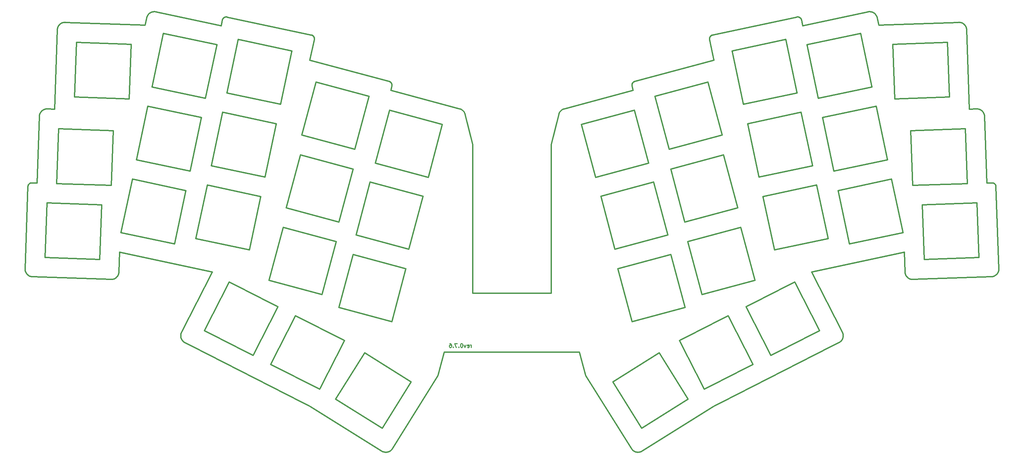
<source format=gbo>
%TF.GenerationSoftware,KiCad,Pcbnew,(6.0.6)*%
%TF.CreationDate,2022-07-10T22:04:11+09:00*%
%TF.ProjectId,nowt_top_plate,6e6f7774-5f74-46f7-905f-706c6174652e,rev?*%
%TF.SameCoordinates,Original*%
%TF.FileFunction,Legend,Bot*%
%TF.FilePolarity,Positive*%
%FSLAX46Y46*%
G04 Gerber Fmt 4.6, Leading zero omitted, Abs format (unit mm)*
G04 Created by KiCad (PCBNEW (6.0.6)) date 2022-07-10 22:04:11*
%MOMM*%
%LPD*%
G01*
G04 APERTURE LIST*
%TA.AperFunction,Profile*%
%ADD10C,0.349999*%
%TD*%
%ADD11C,0.250000*%
%ADD12C,0.350000*%
%ADD13C,2.300000*%
%ADD14C,4.300000*%
%ADD15C,1.200000*%
G04 APERTURE END LIST*
D10*
X60574183Y-106595409D02*
X60611627Y-106686843D01*
X268368122Y-66960407D02*
X268327007Y-66933615D01*
X178268392Y-129570598D02*
X170849523Y-117697925D01*
X221915456Y-62417575D02*
X208221379Y-65328338D01*
X135096517Y-95017428D02*
X135096517Y-57017425D01*
X182722188Y-110279056D02*
X182722188Y-110279056D01*
X71975821Y-24349573D02*
X71927106Y-24355292D01*
X181327611Y-66605006D02*
X181327611Y-66605006D01*
X265886617Y-49790467D02*
X265886617Y-49790467D01*
X111990434Y-135496236D02*
X112079714Y-135537795D01*
X245554595Y-89673526D02*
X245565355Y-89771720D01*
X196251191Y-28984401D02*
X196204852Y-29003241D01*
X43436566Y-91341699D02*
X43525265Y-91300922D01*
X89809743Y-100747767D02*
X83453878Y-113221858D01*
X114121679Y-43115027D02*
X114405217Y-42056855D01*
X21261983Y-90239163D02*
X21332297Y-90304519D01*
X43778705Y-91152846D02*
X43858413Y-91095112D01*
X145096517Y-95017428D02*
X145096517Y-95017428D01*
X94198866Y-29128076D02*
X94159703Y-29099278D01*
X269183735Y-89939904D02*
X269237338Y-89857698D01*
X132923131Y-48769717D02*
X132854309Y-48657354D01*
X113789873Y-135484815D02*
X113875812Y-135438151D01*
X218265957Y-24355285D02*
X218217241Y-24349566D01*
X170849523Y-117697925D02*
X170849523Y-117697925D01*
X219076756Y-25038712D02*
X219060131Y-24991083D01*
X80921697Y-70267982D02*
X67227628Y-67357219D01*
X176152925Y-135333081D02*
X176233767Y-135387805D01*
X202809606Y-73173369D02*
X202809606Y-73173369D01*
X52684961Y-23263975D02*
X52600446Y-23315928D01*
X176267282Y-40924330D02*
X176225182Y-40949138D01*
X267802320Y-90788848D02*
X267899518Y-90773335D01*
X268275047Y-90665030D02*
X268364806Y-90626759D01*
X157108606Y-49134266D02*
X157070913Y-49263894D01*
X26272052Y-47860498D02*
X26170279Y-47864677D01*
X94339232Y-29260203D02*
X94306680Y-29224780D01*
X105241948Y-80127971D02*
X118764913Y-83751437D01*
X228657003Y-107665782D02*
X228744304Y-107618594D01*
X93894249Y-28967784D02*
X93845379Y-28953446D01*
X175757100Y-41716043D02*
X175754285Y-41764772D01*
X132304768Y-48100941D02*
X132193269Y-48030727D01*
X195646475Y-29636186D02*
X195633837Y-29682954D01*
X187909185Y-107103633D02*
X187909185Y-107103633D01*
X221689946Y-89584628D02*
X245373235Y-84550586D01*
X52439988Y-23431798D02*
X52364686Y-23495165D01*
X54105573Y-23036988D02*
X54105573Y-23036988D01*
X246183538Y-90967509D02*
X246257758Y-91033351D01*
X71523509Y-24506906D02*
X71483903Y-24533992D01*
X256897420Y-44812654D02*
X242905950Y-45301246D01*
X71090017Y-25137643D02*
X70782987Y-26581882D01*
X195767001Y-29374974D02*
X195741834Y-29415828D01*
X263818517Y-47861493D02*
X263818517Y-47861493D01*
X95017347Y-41002997D02*
X95017347Y-41002997D01*
X195627507Y-30127522D02*
X195627507Y-30127522D01*
X135096517Y-57017425D02*
X135096517Y-57017425D01*
X104916845Y-58149425D02*
X108540303Y-44626464D01*
X108540303Y-44626464D02*
X95017347Y-41002997D01*
X20658979Y-88736903D02*
X20657987Y-88839836D01*
X24306516Y-49790496D02*
X24306516Y-49790496D01*
X229646511Y-105248485D02*
X229612973Y-105155926D01*
X25777502Y-47930616D02*
X25683537Y-47958800D01*
X175971030Y-41175638D02*
X175941359Y-41214897D01*
X52950339Y-23134955D02*
X52860082Y-23173456D01*
X260975525Y-26622183D02*
X260920704Y-26542902D01*
X113611145Y-135565474D02*
X113701602Y-135527290D01*
X195718634Y-29457854D02*
X195697449Y-29500978D01*
X53089696Y-42245528D02*
X66783757Y-45156291D01*
X260519862Y-26131564D02*
X260442282Y-26074864D01*
X256408818Y-30821180D02*
X256408818Y-30821180D01*
X22426160Y-66785197D02*
X22426160Y-66785197D01*
X20658979Y-88736903D02*
X20658979Y-88736903D01*
X60541166Y-106501826D02*
X60541166Y-106501826D01*
X218819772Y-24626271D02*
X218784350Y-24593718D01*
X52039739Y-47185174D02*
X52039739Y-47185174D01*
X217917028Y-24367413D02*
X196397756Y-28941468D01*
X175887700Y-41298049D02*
X175887700Y-41298049D01*
X177548786Y-135690894D02*
X177645427Y-135677076D01*
X21709027Y-67053107D02*
X21673586Y-67087827D01*
X71132950Y-24991083D02*
X71116325Y-25038711D01*
X177157838Y-135698601D02*
X177255882Y-135703868D01*
X72836072Y-92099246D02*
X85310170Y-98455112D01*
X51339437Y-26431175D02*
X30960530Y-25719528D01*
X53812128Y-22997017D02*
X53714069Y-22993416D01*
X113967856Y-40949123D02*
X113925758Y-40924315D01*
X237828302Y-23495161D02*
X237752997Y-23431794D01*
X21815130Y-90621130D02*
X21904630Y-90660099D01*
X22283981Y-90771780D02*
X22383551Y-90788002D01*
X21405715Y-90366495D02*
X21482116Y-90424961D01*
X102283841Y-107103633D02*
X89809743Y-100747767D01*
X21551265Y-67241424D02*
X21525731Y-67283099D01*
X155096517Y-95017428D02*
X155096517Y-95017428D01*
X227370000Y-63790000D02*
X224459233Y-50095937D01*
X80921697Y-70267982D02*
X80921697Y-70267982D01*
X43346035Y-91378081D02*
X43436566Y-91341699D01*
X114122474Y-41067767D02*
X114086027Y-41035302D01*
X265831951Y-49389130D02*
X265806262Y-49293222D01*
X268928841Y-90241720D02*
X268998296Y-90170863D01*
X229733760Y-105629534D02*
X229719011Y-105533004D01*
X131701619Y-47825593D02*
X114121679Y-43115027D01*
X25501590Y-48028360D02*
X25413869Y-48069494D01*
X60661123Y-104975345D02*
X60661123Y-104975345D01*
X21391515Y-67749690D02*
X21391515Y-67749690D01*
X246414520Y-91152905D02*
X246496729Y-91206493D01*
X114416865Y-42008640D02*
X114426074Y-41960119D01*
X93988216Y-29003252D02*
X93941878Y-28984411D01*
X228828795Y-107567368D02*
X228910360Y-107512238D01*
X114265467Y-135145627D02*
X114334376Y-135076003D01*
X29113032Y-26801045D02*
X29070411Y-26888821D01*
X108865422Y-66605006D02*
X108865422Y-66605006D01*
X22087054Y-66831855D02*
X22040943Y-66847811D01*
X83453878Y-113221858D02*
X83453878Y-113221858D01*
X22278161Y-66790947D02*
X22229551Y-66797675D01*
X60489329Y-106310753D02*
X60512826Y-106406723D01*
X195605485Y-29926168D02*
X195607120Y-29976165D01*
X43696500Y-91206434D02*
X43778705Y-91152846D01*
X131701619Y-47825593D02*
X131701619Y-47825593D01*
X198799154Y-54525958D02*
X185276189Y-58149425D01*
X33784208Y-30821180D02*
X33784208Y-30821180D01*
X60459294Y-105629571D02*
X60449278Y-105726649D01*
X237332905Y-23173453D02*
X237242650Y-23134952D01*
X30282392Y-25812919D02*
X30190183Y-25844838D01*
X261190471Y-27057277D02*
X261155804Y-26965504D01*
X158362265Y-47864869D02*
X158237069Y-47912370D01*
X185706090Y-85153811D02*
X189329564Y-98676776D01*
X21444880Y-67460476D02*
X21430174Y-67507085D01*
X229539668Y-106775976D02*
X229581425Y-106686823D01*
X131955962Y-47912396D02*
X131830767Y-47864898D01*
X237592534Y-23315924D02*
X237508022Y-23263971D01*
X113424249Y-135628556D02*
X113518645Y-135599264D01*
X157781941Y-48178093D02*
X157681105Y-48261904D01*
X114405217Y-42056855D02*
X114405217Y-42056855D01*
X242114019Y-65818885D02*
X242114019Y-65818885D01*
X72238301Y-43783864D02*
X85932363Y-46694627D01*
X238033299Y-23705232D02*
X237968553Y-23632026D01*
X238153295Y-47185174D02*
X241064061Y-60879237D01*
X260734913Y-26322717D02*
X260666307Y-26255612D01*
X64316861Y-81051284D02*
X64316861Y-81051284D01*
X20825762Y-89610233D02*
X20866881Y-89697950D01*
X20756229Y-89428298D02*
X20788838Y-89520306D01*
X228744304Y-107618594D02*
X228828795Y-107567368D01*
X21643384Y-90530845D02*
X21728007Y-90578002D01*
X113230842Y-135673141D02*
X113328099Y-135653247D01*
X180020574Y-61727084D02*
X166497609Y-65350551D01*
X44819799Y-84550586D02*
X68503080Y-89584628D01*
X21399856Y-67651060D02*
X21394474Y-67700164D01*
X61364226Y-107567376D02*
X61448715Y-107618602D01*
X261267429Y-27344923D02*
X261246414Y-27247108D01*
X94559200Y-29682968D02*
X94546565Y-29636201D01*
X21578854Y-67200979D02*
X21551265Y-67241424D01*
X219041291Y-24944743D02*
X219020310Y-24899742D01*
X228419942Y-68729648D02*
X228419942Y-68729648D01*
X21131153Y-90098831D02*
X21194895Y-90170557D01*
X25760633Y-85913226D02*
X25760633Y-85913226D01*
X87383420Y-73173369D02*
X100906385Y-76796836D01*
X118009908Y-88777278D02*
X104486943Y-85153811D01*
X223409276Y-45156291D02*
X220498510Y-31462224D01*
X29388518Y-26397424D02*
X29325349Y-26472909D01*
X259734242Y-25765020D02*
X259636760Y-25746077D01*
X264947734Y-48163998D02*
X264864841Y-48114835D01*
X29600675Y-26189604D02*
X29526448Y-26255445D01*
X60493509Y-105437242D02*
X60474043Y-105533043D01*
X127318883Y-51827590D02*
X113795919Y-48204124D01*
X237421420Y-23216470D02*
X237332905Y-23173453D01*
X245770160Y-90421918D02*
X245817033Y-90507556D01*
X122388379Y-70228473D02*
X122388379Y-70228473D01*
X84882413Y-51634273D02*
X71188344Y-48723508D01*
X268552619Y-67124096D02*
X268519087Y-67087823D01*
X175776168Y-42008677D02*
X175787816Y-42056893D01*
X71195817Y-24856131D02*
X71172771Y-24899744D01*
X114222000Y-41175621D02*
X114190531Y-41137981D01*
X267704119Y-90799589D02*
X267802320Y-90788848D01*
X93527974Y-123946704D02*
X111817571Y-135399585D01*
X48079023Y-65818885D02*
X48079023Y-65818885D01*
X127829030Y-110126506D02*
X145096517Y-110126506D01*
X218454323Y-24401219D02*
X218408356Y-24386373D01*
X265385921Y-48535170D02*
X265320583Y-48464843D01*
X94585905Y-29976174D02*
X94587542Y-29926178D01*
X177836166Y-135635377D02*
X177929914Y-135607555D01*
X207188085Y-91722178D02*
X207188085Y-91722178D01*
X108540303Y-44626464D02*
X108540303Y-44626464D01*
X53042160Y-23101003D02*
X52950339Y-23134955D01*
X94398965Y-29335383D02*
X94370009Y-29297095D01*
X260279060Y-25972715D02*
X260193677Y-25927510D01*
X217917028Y-24367413D02*
X217917028Y-24367413D01*
X47775678Y-31309773D02*
X47775678Y-31309773D01*
X228657003Y-107665782D02*
X228657003Y-107665782D01*
X218168023Y-24346251D02*
X218118379Y-24345387D01*
X265561134Y-48764286D02*
X265506327Y-48685012D01*
X238853597Y-26431175D02*
X238853597Y-26431175D01*
X44465636Y-90334119D02*
X44503921Y-90244377D01*
X245655376Y-90152840D02*
X245689258Y-90244398D01*
X22090277Y-90725038D02*
X22186182Y-90750748D01*
X177741279Y-135658561D02*
X177836166Y-135635377D01*
X247491491Y-67443198D02*
X247002889Y-53451728D01*
X211238744Y-110929202D02*
X223712835Y-104573337D01*
X113328099Y-135653247D02*
X113424249Y-135628556D01*
X52292802Y-23561958D02*
X52224437Y-23632030D01*
X218217241Y-24349566D02*
X218168023Y-24346251D01*
X269372646Y-89597756D02*
X269409042Y-89507220D01*
X111817571Y-135399585D02*
X111902995Y-135450156D01*
X24490742Y-49017981D02*
X24451787Y-49107497D01*
X249952336Y-72410342D02*
X263943807Y-71921748D01*
X43525265Y-91300922D02*
X43611965Y-91255813D01*
X219103063Y-25137647D02*
X219091091Y-25087583D01*
X25245580Y-48163861D02*
X25165273Y-48216853D01*
X25760633Y-85913226D02*
X39752103Y-86401813D01*
X75149060Y-30089796D02*
X72238301Y-43783864D01*
X61128780Y-107390820D02*
X61204143Y-107453350D01*
X261026576Y-26704205D02*
X260975525Y-26622183D01*
X21904630Y-90660099D02*
X21996386Y-90694778D01*
X175762284Y-41667536D02*
X175757100Y-41716043D01*
X135096517Y-95017428D02*
X135096517Y-95017428D01*
X175863970Y-41341609D02*
X175842518Y-41386095D01*
X172183126Y-88777278D02*
X172183126Y-88777278D01*
X52039739Y-47185174D02*
X49128980Y-60879237D01*
X206739156Y-113221858D02*
X206739156Y-113221858D01*
X247128150Y-91460285D02*
X247224353Y-91478464D01*
X175787816Y-42056893D02*
X176071355Y-43115027D01*
X60541166Y-106501826D02*
X60574183Y-106595409D01*
X229699543Y-105437201D02*
X229675372Y-105342303D01*
X133084440Y-49134253D02*
X133038503Y-49008477D01*
X157586059Y-48352045D02*
X157497110Y-48448208D01*
X113959275Y-135387403D02*
X114040116Y-135332673D01*
X259537717Y-25731936D02*
X259437242Y-25722718D01*
X85310170Y-98455112D02*
X78954297Y-110929202D01*
X268584207Y-67161840D02*
X268552619Y-67124096D01*
X132511927Y-48261913D02*
X132411090Y-48178106D01*
X113035188Y-135698248D02*
X113133146Y-135688132D01*
X245625970Y-90059632D02*
X245655376Y-90152840D01*
X28710080Y-66954608D02*
X28710080Y-66954608D01*
X114575116Y-134763888D02*
X126221341Y-116126506D01*
X61056689Y-107324792D02*
X61128780Y-107390820D01*
X43190145Y-53451728D02*
X43190145Y-53451728D01*
X241064061Y-60879237D02*
X241064061Y-60879237D01*
X24340171Y-49486913D02*
X24323969Y-49586497D01*
X269286732Y-89773161D02*
X269331856Y-89686458D01*
X118764913Y-83751437D02*
X122388379Y-70228473D01*
X42773685Y-91500607D02*
X42871717Y-91491898D01*
X260862241Y-26466484D02*
X260800267Y-26393048D01*
X194265065Y-119577724D02*
X187909185Y-107103633D01*
X261116845Y-26875986D02*
X261073726Y-26788846D01*
X25328489Y-48114701D02*
X25245580Y-48163861D01*
X268711694Y-67369811D02*
X268690380Y-67325920D01*
X237057619Y-23071629D02*
X236963192Y-23046871D01*
X71445617Y-24562948D02*
X71408726Y-24593727D01*
X24323969Y-49586497D02*
X24312707Y-49687732D01*
X246756678Y-91341756D02*
X246847213Y-91378137D01*
X132193269Y-48030727D02*
X132076898Y-47967775D01*
X245868089Y-90590897D02*
X245923254Y-90671781D01*
X71373305Y-24626279D02*
X71339429Y-24660557D01*
X71483903Y-24533992D02*
X71445617Y-24562948D01*
X60987987Y-107255401D02*
X61056689Y-107324792D01*
X219004689Y-48723508D02*
X219004689Y-48723508D01*
X22133914Y-66818160D02*
X22087054Y-66831855D01*
X112079714Y-135537795D02*
X112170660Y-135574803D01*
X176864934Y-135653613D02*
X176864934Y-135653613D01*
X175791943Y-41524231D02*
X175779718Y-41571542D01*
X236867723Y-23026759D02*
X236771387Y-23011325D01*
X61536016Y-107665790D02*
X61536016Y-107665790D01*
X242417363Y-31309773D02*
X256408818Y-30821180D01*
X269331856Y-89686458D02*
X269372646Y-89597756D01*
X264320143Y-47907079D02*
X264222681Y-47888120D01*
X83004949Y-91722178D02*
X83004949Y-91722178D01*
X177645427Y-135677076D02*
X177741279Y-135658561D01*
X229581425Y-106686823D02*
X229618872Y-106595387D01*
X267995551Y-90753122D02*
X268090258Y-90728285D01*
X268519087Y-67087823D02*
X268483648Y-67053103D01*
X113882422Y-40901556D02*
X113837920Y-40880900D01*
X72074681Y-24345392D02*
X72025038Y-24346257D01*
X260920704Y-26542902D02*
X260862241Y-26466484D01*
X229064249Y-107390810D02*
X229136342Y-107324781D01*
X60861208Y-107107070D02*
X60922788Y-107182782D01*
X145096517Y-95017428D02*
X135096517Y-95017428D01*
X42701551Y-67443198D02*
X43190145Y-53451728D01*
X24941258Y-48397605D02*
X24872655Y-48464711D01*
X114426074Y-41960119D02*
X114432854Y-41911380D01*
X21608462Y-67161844D02*
X21578854Y-67200979D01*
X53135372Y-23071632D02*
X53042160Y-23101003D01*
X44612293Y-89868905D02*
X44627826Y-89771719D01*
X26374997Y-47861484D02*
X26272052Y-47860498D01*
X265806262Y-49293222D02*
X265776023Y-49199327D01*
X238153295Y-47185174D02*
X238153295Y-47185174D01*
X175754285Y-41764772D02*
X175753853Y-41813636D01*
X21482116Y-90424961D02*
X21561380Y-90479788D01*
X247518303Y-91504515D02*
X247617513Y-91503497D01*
X176144975Y-41004686D02*
X176107008Y-41035318D01*
X112839184Y-135703974D02*
X112937142Y-135703519D01*
X176397115Y-48204124D02*
X176397115Y-48204124D01*
X196397756Y-28941468D02*
X196347692Y-28953440D01*
X20685507Y-89141090D02*
X20704442Y-89238560D01*
X114423198Y-41619313D02*
X114413307Y-41571517D01*
X170849523Y-117697925D02*
X182722188Y-110279056D01*
X195611303Y-30026439D02*
X195618083Y-30076917D01*
X155096517Y-57017425D02*
X155096517Y-95017428D01*
X84882413Y-51634273D02*
X84882413Y-51634273D01*
X176962189Y-135673503D02*
X177059882Y-135688489D01*
X268762496Y-67507085D02*
X268747789Y-67460474D01*
X133122136Y-49263879D02*
X133122136Y-49263879D01*
X242417363Y-31309773D02*
X242417363Y-31309773D01*
X229618872Y-106595387D02*
X229651891Y-106501803D01*
X94569577Y-29730459D02*
X94559200Y-29682968D01*
X241064061Y-60879237D02*
X227370000Y-63790000D01*
X263943807Y-71921748D02*
X263943807Y-71921748D01*
X259830032Y-25788642D02*
X259734242Y-25765020D01*
X162364003Y-110126506D02*
X163971700Y-116126506D01*
X157888262Y-48100925D02*
X157781941Y-48178093D01*
X95017347Y-41002997D02*
X91393880Y-54525958D01*
X113133146Y-135688132D02*
X113230842Y-135673141D01*
X24745332Y-48608478D02*
X24686873Y-48684897D01*
X176494924Y-40832110D02*
X176447344Y-40846131D01*
X265612172Y-48846299D02*
X265561134Y-48764286D01*
X265880424Y-49687719D02*
X265869162Y-49586500D01*
X114435928Y-41716014D02*
X114430742Y-41667508D01*
X261294898Y-27545746D02*
X261283634Y-27444509D01*
X178022346Y-135575124D02*
X178113288Y-135538113D01*
X47775678Y-31309773D02*
X33784208Y-30821180D01*
X268483648Y-67053103D02*
X268483648Y-67053103D01*
X71831476Y-24373745D02*
X71784711Y-24386382D01*
X238299217Y-24113145D02*
X238254077Y-24026465D01*
X126221341Y-116126506D02*
X127829030Y-110126506D01*
X224459233Y-50095937D02*
X224459233Y-50095937D01*
X114279468Y-41255700D02*
X114251670Y-41214879D01*
X217967633Y-24357988D02*
X217917028Y-24367413D01*
X44147580Y-90825483D02*
X44210739Y-90750002D01*
X229136342Y-107324781D02*
X229205048Y-107255390D01*
X122388379Y-70228473D02*
X108865422Y-66605006D01*
X52098667Y-23781429D02*
X52041462Y-23860463D01*
X202809606Y-73173369D02*
X189286657Y-76796836D01*
X196347692Y-28953440D02*
X196298821Y-28967776D01*
X21014193Y-89946539D02*
X21070879Y-90024115D01*
X268613814Y-67200976D02*
X268584207Y-67161840D01*
X247033116Y-91437463D02*
X247128150Y-91460285D01*
X52860082Y-23173456D02*
X52771565Y-23216474D01*
X238853597Y-26431175D02*
X238459569Y-24577460D01*
X28968823Y-27163345D02*
X28943965Y-27258047D01*
X53518633Y-23000603D02*
X53421605Y-23011327D01*
X61773091Y-68729648D02*
X61773091Y-68729648D01*
X259335466Y-25718543D02*
X259232518Y-25719533D01*
X68503080Y-89584628D02*
X60661123Y-104975345D01*
X229493715Y-106862710D02*
X229539668Y-106775976D01*
X223712835Y-104573337D02*
X217356969Y-92099246D01*
X42871717Y-91491898D02*
X42968915Y-91478421D01*
X44644506Y-89574496D02*
X44819799Y-84550586D01*
X28943965Y-27258047D02*
X28923731Y-27354076D01*
X21784680Y-66989277D02*
X21746146Y-67020186D01*
X177929914Y-135607555D02*
X178022346Y-135575124D01*
X269531635Y-88934822D02*
X269535524Y-88836110D01*
X268780782Y-90371913D02*
X268856283Y-90308761D01*
X260361972Y-26021874D02*
X260279060Y-25972715D01*
X60653383Y-106775994D02*
X60699334Y-106862728D01*
X23711377Y-66830077D02*
X23711377Y-66830077D01*
X175755813Y-41862546D02*
X175760178Y-41911415D01*
X112547589Y-135676743D02*
X112644232Y-135690557D01*
X176225182Y-40949138D02*
X176184390Y-40975941D01*
X228910360Y-107512238D02*
X228988883Y-107453341D01*
X247224353Y-91478464D02*
X247321556Y-91491936D01*
X60449278Y-105726649D02*
X60444008Y-105824100D01*
X260594580Y-26191854D02*
X260519862Y-26131564D01*
X155096517Y-95017428D02*
X145096517Y-95017428D01*
X157338728Y-48657358D02*
X157269908Y-48769724D01*
X54008054Y-23018771D02*
X53910181Y-23005458D01*
X268690380Y-67325920D02*
X268666937Y-67283096D01*
X189286657Y-76796836D02*
X185663182Y-63273875D01*
X29198674Y-52963138D02*
X28710080Y-66954608D01*
X196749273Y-35404974D02*
X176494924Y-40832110D01*
X93443761Y-35404974D02*
X94565511Y-30127528D01*
X220498510Y-31462224D02*
X234192571Y-28551461D01*
X209271337Y-70267982D02*
X222965398Y-67357219D01*
X268798195Y-67700164D02*
X268792813Y-67651060D01*
X229531926Y-104975291D02*
X221689946Y-89584628D01*
X217954732Y-43783864D02*
X217954732Y-43783864D01*
X268483648Y-67053103D02*
X268446526Y-67020182D01*
X265251994Y-48397740D02*
X265180285Y-48333983D01*
X133038503Y-49008477D02*
X132984631Y-48886862D01*
X195606350Y-29876523D02*
X195605485Y-29926168D01*
X52771565Y-23216474D02*
X52684961Y-23263975D01*
X131830767Y-47864898D02*
X131701619Y-47825593D01*
X269468398Y-89321315D02*
X269491235Y-89226277D01*
X30376101Y-25785521D02*
X30282392Y-25812919D01*
X61448715Y-107618602D02*
X61536016Y-107665790D01*
X245548680Y-89574489D02*
X245554595Y-89673526D01*
X22040943Y-66847811D02*
X21995666Y-66865997D01*
X71339429Y-24660557D02*
X71307171Y-24696511D01*
X52600446Y-23315928D02*
X52600446Y-23315928D01*
X196397756Y-28941468D02*
X196397756Y-28941468D01*
X268364806Y-90626759D02*
X268452593Y-90584157D01*
X25873289Y-47906990D02*
X25777502Y-47930616D01*
X175672573Y-134847199D02*
X175731016Y-134926904D01*
X264601858Y-47991540D02*
X264509861Y-47958910D01*
X114305326Y-41298030D02*
X114279468Y-41255700D01*
X113701602Y-135527290D02*
X113789873Y-135484815D01*
X28183896Y-47924653D02*
X28183896Y-47924653D01*
X265702417Y-49018060D02*
X265659309Y-48930931D01*
X269125986Y-90019610D02*
X269183735Y-89939904D01*
X30190183Y-25844838D02*
X30099640Y-25881214D01*
X229389681Y-107028386D02*
X229443681Y-106946892D01*
X66783757Y-45156291D02*
X69694524Y-31462224D01*
X30960530Y-25719528D02*
X30960530Y-25719528D01*
X265320583Y-48464843D02*
X265251994Y-48397740D01*
X204882863Y-98455112D02*
X204882863Y-98455112D01*
X195853824Y-29260186D02*
X195823045Y-29297078D01*
X48079023Y-65818885D02*
X45168256Y-79512950D01*
X71738745Y-24401229D02*
X71693652Y-24418236D01*
X208221379Y-65328338D02*
X205310613Y-51634273D01*
X260800267Y-26393048D02*
X260734913Y-26322717D01*
X29526448Y-26255445D02*
X29455576Y-26324882D01*
X69694524Y-31462224D02*
X69694524Y-31462224D01*
X20788838Y-89520306D02*
X20825762Y-89610233D01*
X190041661Y-81822677D02*
X190041661Y-81822677D01*
X262009130Y-47924653D02*
X262009130Y-47924653D01*
X175842518Y-41386095D02*
X175823355Y-41431419D01*
X44503921Y-90244377D02*
X44537803Y-90152823D01*
X60517679Y-105342346D02*
X60493509Y-105437242D01*
X218669564Y-24506896D02*
X218628711Y-24481729D01*
X91393880Y-54525958D02*
X104916845Y-58149425D01*
X93527974Y-123946704D02*
X93527974Y-123946704D01*
X30099640Y-25881214D02*
X30010928Y-25921986D01*
X145096517Y-110126506D02*
X162364003Y-110126506D01*
X268856283Y-90308761D02*
X268928841Y-90241720D01*
X157999762Y-48030708D02*
X157888262Y-48100925D01*
X236282804Y-23005457D02*
X236184929Y-23018770D01*
X87383420Y-73173369D02*
X87383420Y-73173369D01*
X176002500Y-41137997D02*
X175971030Y-41175638D01*
X94577649Y-29778600D02*
X94569577Y-29730459D01*
X30762605Y-25722369D02*
X30664561Y-25731066D01*
X114157332Y-41102011D02*
X114122474Y-41067767D01*
X229743777Y-105726614D02*
X229733760Y-105629534D01*
X219091091Y-25087583D02*
X219076756Y-25038712D01*
X28998233Y-27070133D02*
X28968823Y-27163345D01*
X47287084Y-45301246D02*
X47775678Y-31309773D01*
X113698117Y-40832093D02*
X113698117Y-40832093D01*
X94546565Y-29636201D02*
X94531720Y-29590234D01*
X172183126Y-88777278D02*
X185706090Y-85153811D01*
X218885908Y-24696504D02*
X218853650Y-24660549D01*
X247617513Y-91503497D02*
X267605077Y-90805484D01*
X218853650Y-24660549D02*
X218819772Y-24626271D01*
X218916473Y-24734088D02*
X218885908Y-24696504D01*
X21480974Y-67369813D02*
X21461826Y-67414691D01*
X237103337Y-42245528D02*
X237103337Y-42245528D01*
X229736248Y-106116892D02*
X229745298Y-106019383D01*
X221689946Y-89584628D02*
X221689946Y-89584628D01*
X157497110Y-48448208D02*
X157414564Y-48550082D01*
X218018109Y-24351207D02*
X217967633Y-24357988D01*
X247419595Y-91500641D02*
X247518303Y-91504515D01*
X245817033Y-90507556D02*
X245868089Y-90590897D01*
X24306516Y-49790496D02*
X23711377Y-66830077D01*
X68277578Y-62417575D02*
X81971646Y-65328338D01*
X178289999Y-135450471D02*
X178375417Y-135399898D01*
X113328099Y-135653247D02*
X113328099Y-135653247D01*
X256897420Y-44812654D02*
X256897420Y-44812654D01*
X237900187Y-23561954D02*
X237828302Y-23495161D01*
X51938916Y-24026469D02*
X51893775Y-24113148D01*
X112451735Y-135658231D02*
X112547589Y-135676743D01*
X29455576Y-26324882D02*
X29388518Y-26397424D01*
X60580076Y-105155974D02*
X60546539Y-105248531D01*
X267963119Y-66797671D02*
X267914510Y-66790943D01*
X196204852Y-29003241D02*
X196159850Y-29024222D01*
X88843129Y-33000560D02*
X75149060Y-30089796D01*
X68503080Y-89584628D02*
X68503080Y-89584628D01*
X21525731Y-67283099D02*
X21502288Y-67325922D01*
X171428121Y-83751437D02*
X167804647Y-70228473D01*
X60444008Y-105824100D02*
X60443497Y-105921747D01*
X93795316Y-28941473D02*
X93795316Y-28941473D01*
X264779478Y-48069624D02*
X264691774Y-48028485D01*
X44638588Y-89673529D02*
X44644506Y-89574496D01*
X60618275Y-105064853D02*
X60580076Y-105155974D01*
X53616179Y-22994622D02*
X53518633Y-23000603D01*
X112741489Y-135699644D02*
X112839184Y-135703974D01*
X102283841Y-107103633D02*
X102283841Y-107103633D01*
X28891515Y-27648513D02*
X28183896Y-47924653D01*
X199186147Y-59650409D02*
X202809606Y-73173369D01*
X218118379Y-24345387D02*
X218068383Y-24347023D01*
X204260671Y-46694627D02*
X201349904Y-33000560D01*
X20912073Y-89783327D02*
X20961218Y-89866233D01*
X96527906Y-95345645D02*
X100151372Y-81822677D01*
X268407990Y-66989273D02*
X268368122Y-66960407D01*
X261283634Y-27444509D02*
X261267429Y-27344923D01*
X246847213Y-91378137D02*
X246939414Y-91410060D01*
X229680232Y-106406698D02*
X229703729Y-106310727D01*
X206739156Y-113221858D02*
X194265065Y-119577724D01*
X222965398Y-67357219D02*
X225876165Y-81051284D01*
X72225425Y-24357988D02*
X72174949Y-24351209D01*
X65733808Y-50095937D02*
X65733808Y-50095937D01*
X22383551Y-90788002D02*
X22484771Y-90799285D01*
X70782987Y-26581882D02*
X70782987Y-26581882D01*
X114401081Y-41524207D02*
X114386531Y-41477471D01*
X229722397Y-106214066D02*
X229736248Y-106116892D01*
X184951085Y-80127971D02*
X184951085Y-80127971D01*
X242114019Y-65818885D02*
X245024785Y-79512950D01*
X267766515Y-66785193D02*
X267766515Y-66785193D01*
X22376549Y-66784677D02*
X22327188Y-66786604D01*
X71276606Y-24734094D02*
X71247809Y-24773257D01*
X268792813Y-67651060D02*
X268785045Y-67602458D01*
X93443761Y-35404974D02*
X93443761Y-35404974D01*
X114193357Y-135211682D02*
X114265467Y-135145627D01*
X114413307Y-41571517D02*
X114401081Y-41524207D01*
X265886617Y-49790467D02*
X265880424Y-49687719D01*
X176071355Y-43115027D02*
X176071355Y-43115027D01*
X269409042Y-89507220D02*
X269440980Y-89415018D01*
X52364686Y-23495165D02*
X52292802Y-23561958D01*
X268058753Y-66818156D02*
X268011228Y-66806752D01*
X203564626Y-78199210D02*
X203564626Y-78199210D01*
X176397115Y-48204124D02*
X180020574Y-61727084D01*
X45168256Y-79512950D02*
X45168256Y-79512950D01*
X113792321Y-40862402D02*
X113745697Y-40846115D01*
X196116236Y-29047269D02*
X196074056Y-29072308D01*
X195994196Y-29128061D02*
X195956611Y-29158626D01*
X261301091Y-27648511D02*
X261301091Y-27648511D01*
X94306680Y-29224780D02*
X94272403Y-29190902D01*
X162874150Y-51827590D02*
X162874150Y-51827590D01*
X195920656Y-29190886D02*
X195886377Y-29224763D01*
X24361184Y-49389099D02*
X24340171Y-49486913D01*
X104529851Y-63273875D02*
X91006887Y-59650409D01*
X265506327Y-48685012D02*
X265447879Y-48608600D01*
X223712835Y-104573337D02*
X223712835Y-104573337D01*
X114386441Y-102300242D02*
X118009908Y-88777278D01*
X94272403Y-29190902D02*
X94236449Y-29158642D01*
X268801152Y-67749690D02*
X268798195Y-67700164D01*
X72174949Y-24351209D02*
X72124676Y-24347026D01*
X218709172Y-24533982D02*
X218669564Y-24506896D01*
X51893775Y-24113148D02*
X51852857Y-24202084D01*
X185276189Y-58149425D02*
X181652730Y-44626464D01*
X132984631Y-48886862D02*
X132923131Y-48769717D01*
X71172771Y-24899744D02*
X71151790Y-24944744D01*
X100906385Y-76796836D02*
X104529851Y-63273875D01*
X43160142Y-91437413D02*
X43253838Y-91410007D01*
X29839668Y-26016467D02*
X29757450Y-26070053D01*
X228988883Y-107453341D02*
X229064249Y-107390810D01*
X28183896Y-47924653D02*
X26374997Y-47861484D01*
X218628711Y-24481729D02*
X218586685Y-24458530D01*
X70782987Y-26581882D02*
X54105573Y-23036988D01*
X265105585Y-48273693D02*
X265028025Y-48216991D01*
X85310170Y-98455112D02*
X85310170Y-98455112D01*
X195741834Y-29415828D02*
X195718634Y-29457854D01*
X229675372Y-105342303D02*
X229646511Y-105248485D01*
X33784208Y-30821180D02*
X33295613Y-44812654D01*
X112170660Y-135574803D02*
X112263095Y-135607231D01*
X25970767Y-47888044D02*
X25873289Y-47906990D01*
X94565511Y-30127528D02*
X94574938Y-30076924D01*
X21461826Y-67414691D02*
X21444880Y-67460476D01*
X229703729Y-106310727D02*
X229722397Y-106214066D01*
X261220718Y-27151186D02*
X261190471Y-27057277D01*
X234192571Y-28551461D02*
X234192571Y-28551461D01*
X60443497Y-105921747D02*
X60447760Y-106019413D01*
X167804647Y-70228473D02*
X181327611Y-66605006D01*
X263921446Y-47860527D02*
X263818517Y-47861493D01*
X181652730Y-44626464D02*
X181652730Y-44626464D01*
X44210739Y-90750002D02*
X44269936Y-90671741D01*
X196298821Y-28967776D02*
X196251191Y-28984401D01*
X94370009Y-29297095D02*
X94339232Y-29260203D01*
X219410039Y-26581882D02*
X219410039Y-26581882D01*
X247002889Y-53451728D02*
X247002889Y-53451728D01*
X21640052Y-67124100D02*
X21608462Y-67161844D01*
X21865661Y-66933618D02*
X21824546Y-66960411D01*
X94583366Y-29827316D02*
X94577649Y-29778600D01*
X175760178Y-41911415D02*
X175766959Y-41960154D01*
X176317230Y-135438548D02*
X176403169Y-135485206D01*
X267865484Y-66786600D02*
X267816125Y-66784673D01*
X43253838Y-91410007D02*
X43346035Y-91378081D01*
X245727544Y-90334145D02*
X245770160Y-90421918D01*
X237508022Y-23263971D02*
X237421420Y-23216470D01*
X94514714Y-29545140D02*
X94495596Y-29500994D01*
X163971700Y-116126506D02*
X175617910Y-134764339D01*
X112263095Y-135607231D02*
X112356846Y-135635050D01*
X72025038Y-24346257D02*
X71975821Y-24349573D01*
X78954297Y-110929202D02*
X78954297Y-110929202D01*
X256408818Y-30821180D02*
X256897420Y-44812654D01*
X237242650Y-23134952D02*
X237150830Y-23101000D01*
X195607120Y-29976165D02*
X195611303Y-30026439D01*
X236771387Y-23011325D02*
X236674358Y-23000601D01*
X175731016Y-134926904D02*
X175793093Y-135003350D01*
X225876165Y-81051284D02*
X225876165Y-81051284D01*
X209271337Y-70267982D02*
X209271337Y-70267982D01*
X199186147Y-59650409D02*
X199186147Y-59650409D01*
X195609666Y-29827304D02*
X195606350Y-29876523D01*
X60611627Y-106686843D02*
X60653383Y-106775994D01*
X178113288Y-135538113D02*
X178202564Y-135496552D01*
X259437242Y-25722718D02*
X259335466Y-25718543D01*
X260994359Y-52963138D02*
X260994359Y-52963138D01*
X162364003Y-110126506D02*
X162364003Y-110126506D01*
X268998296Y-90170863D02*
X269064152Y-90096652D01*
X28897433Y-27549470D02*
X28891515Y-27648513D01*
X176074848Y-135274479D02*
X176152925Y-135333081D01*
X176674393Y-135599639D02*
X176768787Y-135628927D01*
X259924000Y-25816824D02*
X259830032Y-25788642D01*
X261073726Y-26788846D02*
X261026576Y-26704205D01*
X29757450Y-26070053D02*
X29677731Y-26127786D01*
X238204814Y-23942188D02*
X238151530Y-23860459D01*
X132076898Y-47967775D02*
X131955962Y-47912396D01*
X175927571Y-135146052D02*
X175999682Y-135212101D01*
X71116325Y-25038711D02*
X71101989Y-25087580D01*
X190041661Y-81822677D02*
X203564626Y-78199210D01*
X158237069Y-47912370D02*
X158116133Y-47967753D01*
X67227628Y-67357219D02*
X64316861Y-81051284D01*
X111902995Y-135450156D02*
X111990434Y-135496236D01*
X177451531Y-135699985D02*
X177548786Y-135690894D01*
X71693652Y-24418236D02*
X71649508Y-24437356D01*
X72238301Y-43783864D02*
X72238301Y-43783864D01*
X176107008Y-41035318D02*
X176070560Y-41067783D01*
X247617513Y-91503497D02*
X247617513Y-91503497D01*
X61536016Y-107665790D02*
X93527974Y-123946704D01*
X25012982Y-48333846D02*
X24941258Y-48397605D01*
X113925758Y-40924315D02*
X113882422Y-40901556D01*
X81971646Y-65328338D02*
X84882413Y-51634273D01*
X30861317Y-25718502D02*
X30762605Y-25722369D01*
X246334807Y-91095170D02*
X246414520Y-91152905D01*
X24386878Y-49293178D02*
X24361184Y-49389099D01*
X71784711Y-24386382D02*
X71738745Y-24401229D01*
X245548680Y-89574489D02*
X245548680Y-89574489D01*
X268730843Y-67414690D02*
X268711694Y-67369811D01*
X195615384Y-29778587D02*
X195609666Y-29827304D01*
X26069807Y-47873899D02*
X25970767Y-47888044D01*
X21746146Y-67020186D02*
X21709027Y-67053107D01*
X24533859Y-48930841D02*
X24490742Y-49017981D01*
X237968553Y-23632026D02*
X237900187Y-23561954D01*
X176310618Y-40901571D02*
X176267282Y-40924330D01*
X114350506Y-41386074D02*
X114329055Y-41341589D01*
X236576811Y-22994620D02*
X236478920Y-22993415D01*
X175823355Y-41431419D02*
X175806493Y-41477494D01*
X86628408Y-78199210D02*
X86628408Y-78199210D01*
X246939414Y-91410060D02*
X247033116Y-91437463D01*
X100151372Y-81822677D02*
X100151372Y-81822677D01*
X203564626Y-78199210D02*
X207188085Y-91722178D01*
X29325349Y-26472909D02*
X29266142Y-26551175D01*
X21824546Y-66960411D02*
X21784680Y-66989277D01*
X201349904Y-33000560D02*
X215043981Y-30089796D01*
X94495596Y-29500994D02*
X94474413Y-29457871D01*
X269509428Y-89130072D02*
X269522916Y-89032864D01*
X60447760Y-106019413D02*
X60456810Y-106116921D01*
X163971700Y-116126506D02*
X163971700Y-116126506D01*
X44269936Y-90671741D02*
X44325098Y-90590860D01*
X21394474Y-67700164D02*
X21391515Y-67749690D01*
X71564362Y-24481739D02*
X71523509Y-24506906D01*
X217356969Y-92099246D02*
X204882863Y-98455112D01*
X52518608Y-23372004D02*
X52439988Y-23431798D01*
X261301091Y-27648511D02*
X261294898Y-27545746D01*
X158491414Y-47825561D02*
X158491414Y-47825561D01*
X85932363Y-46694627D02*
X88843129Y-33000560D01*
X22327188Y-66786604D02*
X22278161Y-66790947D01*
X200383290Y-100747767D02*
X200383290Y-100747767D01*
X219004689Y-48723508D02*
X221915456Y-62417575D01*
X112356846Y-135635050D02*
X112451735Y-135658231D01*
X71878966Y-24363365D02*
X71831476Y-24373745D01*
X211238744Y-110929202D02*
X211238744Y-110929202D01*
X52041462Y-23860463D02*
X51988178Y-23942191D01*
X119343511Y-117697925D02*
X107470845Y-110279056D01*
X114040116Y-135332673D02*
X114118192Y-135274065D01*
X100863477Y-98676776D02*
X100863477Y-98676776D01*
X114575116Y-134763888D02*
X114575116Y-134763888D01*
X123695417Y-65350551D02*
X127318883Y-51827590D01*
X268183477Y-90698896D02*
X268275047Y-90665030D01*
X268011228Y-66806752D02*
X267963119Y-66797671D01*
X20657987Y-88839836D02*
X20662158Y-88941599D01*
X145096517Y-110126506D02*
X145096517Y-110126506D01*
X222965398Y-67357219D02*
X222965398Y-67357219D01*
X113795919Y-48204124D02*
X113795919Y-48204124D01*
X247321556Y-91491936D02*
X247419595Y-91500641D01*
X263943807Y-71921748D02*
X264432409Y-85913226D01*
X175787816Y-42056893D02*
X175787816Y-42056893D01*
X260193677Y-25927510D02*
X260105953Y-25886379D01*
X71408726Y-24593727D02*
X71373305Y-24626279D01*
X25683537Y-47958800D02*
X25591523Y-47991422D01*
X54105573Y-23036988D02*
X54008054Y-23018771D01*
X268105613Y-66831851D02*
X268058753Y-66818156D01*
X53325269Y-23026762D02*
X53229800Y-23046874D01*
X234192571Y-28551461D02*
X237103337Y-42245528D01*
X114334376Y-135076003D02*
X114399941Y-135002914D01*
X28891515Y-27648513D02*
X28891515Y-27648513D01*
X195697449Y-29500978D02*
X195678329Y-29545124D01*
X68277578Y-62417575D02*
X68277578Y-62417575D01*
X218586685Y-24458530D02*
X218543562Y-24437346D01*
X266481664Y-66830077D02*
X265886617Y-49790467D01*
X104486943Y-85153811D02*
X100863477Y-98676776D01*
X245923254Y-90671781D02*
X245982455Y-90750046D01*
X269440980Y-89415018D02*
X269468398Y-89321315D01*
X112937142Y-135703519D02*
X113035188Y-135698248D01*
X72124676Y-24347026D02*
X72074681Y-24345392D01*
X44325098Y-90590860D02*
X44376151Y-90507522D01*
X21417743Y-67554440D02*
X21407625Y-67602459D01*
X83004949Y-91722178D02*
X96527906Y-95345645D01*
X265741365Y-49107566D02*
X265702417Y-49018060D01*
X71151790Y-24944744D02*
X71132950Y-24991083D01*
X44644506Y-89574496D02*
X44644506Y-89574496D01*
X218945271Y-24773252D02*
X218916473Y-24734088D01*
X259232518Y-25719533D02*
X238853597Y-26431175D01*
X22426160Y-66785197D02*
X22376549Y-66784677D01*
X132854309Y-48657354D02*
X132778471Y-48550082D01*
X250440923Y-86401813D02*
X249952336Y-72410342D01*
X29266142Y-26551175D02*
X29210972Y-26632060D01*
X100151372Y-81822677D02*
X86628408Y-78199210D01*
X267766515Y-66785193D02*
X266481664Y-66830077D01*
X44819799Y-84550586D02*
X44819799Y-84550586D01*
X218972226Y-24813948D02*
X218945271Y-24773252D01*
X229443681Y-106946892D02*
X229493715Y-106862710D01*
X61773091Y-68729648D02*
X48079023Y-65818885D01*
X114251670Y-41214879D02*
X114222000Y-41175621D01*
X91006887Y-59650409D02*
X87383420Y-73173369D01*
X237592534Y-23315924D02*
X237592534Y-23315924D01*
X94587542Y-29926178D02*
X94586679Y-29876534D01*
X238151530Y-23860459D02*
X238094325Y-23781425D01*
X264123658Y-47873961D02*
X264023203Y-47864723D01*
X40240697Y-72410342D02*
X26249227Y-71921748D01*
X24451787Y-49107497D02*
X24417122Y-49199270D01*
X127829030Y-110126506D02*
X127829030Y-110126506D01*
X44009671Y-90967456D02*
X44080533Y-90898021D01*
X264023203Y-47864723D02*
X263921446Y-47860527D01*
X268151723Y-66847807D02*
X268105613Y-66831851D01*
X175999682Y-135212101D02*
X176074848Y-135274479D01*
X218499417Y-24418226D02*
X218454323Y-24401219D01*
X218784350Y-24593718D02*
X218747459Y-24562939D01*
X175913559Y-41255718D02*
X175887700Y-41298049D01*
X158491414Y-47825561D02*
X158362265Y-47864869D01*
X269535524Y-88836110D02*
X269534520Y-88736896D01*
X60803362Y-107028401D02*
X60861208Y-107107070D01*
X72276029Y-24367411D02*
X72225425Y-24357988D01*
X229331833Y-107107057D02*
X229389681Y-107028386D01*
X218543562Y-24437346D02*
X218499417Y-24418226D01*
X28908196Y-27451271D02*
X28897433Y-27549470D01*
X21561380Y-90479788D02*
X21643384Y-90530845D01*
X114121679Y-43115027D02*
X114121679Y-43115027D01*
X107470845Y-110279056D02*
X100051976Y-122151729D01*
X176403169Y-135485206D02*
X176491439Y-135527676D01*
X175887700Y-41298049D02*
X175863970Y-41341609D01*
X71247809Y-24773257D02*
X71220855Y-24813953D01*
X265180285Y-48333983D02*
X265105585Y-48273693D01*
X246112671Y-90898072D02*
X246183538Y-90967509D01*
X132411090Y-48178106D02*
X132304768Y-48100941D01*
X20728057Y-89334339D02*
X20756229Y-89428298D01*
X22181441Y-66806756D02*
X22133914Y-66818160D01*
X195623458Y-29730445D02*
X195615384Y-29778587D01*
X238436547Y-24480962D02*
X238408900Y-24386136D01*
X21907941Y-66908931D02*
X21865661Y-66933618D01*
X30471143Y-25762704D02*
X30376101Y-25785521D01*
X71220855Y-24813953D02*
X71195817Y-24856131D01*
X267605077Y-90805484D02*
X267704119Y-90799589D01*
X229749049Y-105824067D02*
X229743777Y-105726614D01*
X29526448Y-26255445D02*
X29526448Y-26255445D01*
X71606386Y-24458540D02*
X71564362Y-24481739D01*
X60922788Y-107182782D02*
X60987987Y-107255401D01*
X94426049Y-29374991D02*
X94398965Y-29335383D01*
X236087407Y-23036988D02*
X236087407Y-23036988D01*
X127318883Y-51827590D02*
X127318883Y-51827590D01*
X66480207Y-104573337D02*
X66480207Y-104573337D01*
X158116133Y-47967753D02*
X157999762Y-48030708D01*
X24417122Y-49199270D02*
X24386878Y-49293178D01*
X94586679Y-29876534D02*
X94583366Y-29827316D01*
X237752997Y-23431794D02*
X237674375Y-23372000D01*
X61282664Y-107512247D02*
X61364226Y-107567376D01*
X245373235Y-84550586D02*
X245373235Y-84550586D01*
X21430174Y-67507085D02*
X21417743Y-67554440D01*
X268785045Y-67602458D02*
X268774927Y-67554439D01*
X21070879Y-90024115D02*
X21131153Y-90098831D01*
X52224437Y-23632030D02*
X52159692Y-23705236D01*
X176447344Y-40846131D02*
X176400720Y-40862418D01*
X53714069Y-22993416D02*
X53616179Y-22994622D01*
X52159692Y-23705236D02*
X52098667Y-23781429D01*
X155096517Y-57017425D02*
X155096517Y-57017425D01*
X259636760Y-25746077D02*
X259537717Y-25731936D01*
X44537803Y-90152823D02*
X44567208Y-90059618D01*
X195618083Y-30076917D02*
X195627507Y-30127522D01*
X200383290Y-100747767D02*
X206739156Y-113221858D01*
X72276029Y-24367411D02*
X72276029Y-24367411D01*
X266481664Y-66830077D02*
X266481664Y-66830077D01*
X126221341Y-116126506D02*
X126221341Y-116126506D01*
X245580887Y-89868911D02*
X245601116Y-89964935D01*
X114439178Y-41813604D02*
X114438744Y-41764742D01*
X195678329Y-29545124D02*
X195661321Y-29590218D01*
X43935457Y-91033295D02*
X44009671Y-90967456D01*
X195886377Y-29224763D02*
X195853824Y-29260186D01*
X268666937Y-67283096D02*
X268641403Y-67241421D01*
X176184390Y-40975941D02*
X176144975Y-41004686D01*
X71307171Y-24696511D02*
X71276606Y-24734094D01*
X113875812Y-135438151D02*
X113959275Y-135387403D01*
X94531720Y-29590234D02*
X94514714Y-29545140D01*
X267605077Y-90805484D02*
X267605077Y-90805484D01*
X20704442Y-89238560D02*
X20728057Y-89334339D01*
X65733808Y-50095937D02*
X52039739Y-47185174D01*
X246045619Y-90825530D02*
X246112671Y-90898072D01*
X175779718Y-41571542D02*
X175769828Y-41619340D01*
X229205048Y-107255390D02*
X229270250Y-107182770D01*
X119343511Y-117697925D02*
X119343511Y-117697925D01*
X157681105Y-48261904D02*
X157586059Y-48352045D01*
X21391515Y-67749690D02*
X20658979Y-88736903D01*
X114462015Y-134926464D02*
X114520456Y-134846754D01*
X215043981Y-30089796D02*
X215043981Y-30089796D01*
X29159910Y-26715404D02*
X29113032Y-26801045D01*
X29032120Y-26978571D02*
X28998233Y-27070133D01*
X21995666Y-66865997D02*
X21951304Y-66886380D01*
X176355121Y-40880916D02*
X176310618Y-40901571D01*
X189329564Y-98676776D02*
X175806600Y-102300242D01*
X42674983Y-91504487D02*
X42773685Y-91500607D01*
X114437218Y-41862513D02*
X114439178Y-41813604D01*
X83453878Y-113221858D02*
X95927968Y-119577724D01*
X175617910Y-134764339D02*
X175672573Y-134847199D01*
X180020574Y-61727084D02*
X180020574Y-61727084D01*
X238254077Y-24026465D02*
X238204814Y-23942188D01*
X60470662Y-106214093D02*
X60489329Y-106310753D01*
X91006887Y-59650409D02*
X91006887Y-59650409D01*
X229745298Y-106019383D02*
X229749561Y-105921716D01*
X114438744Y-41764742D02*
X114435928Y-41716014D01*
X176491439Y-135527676D02*
X176581895Y-135565855D01*
X246183538Y-90967509D02*
X246183538Y-90967509D01*
X105241948Y-80127971D02*
X105241948Y-80127971D01*
X113518645Y-135599264D02*
X113611145Y-135565474D01*
X245982455Y-90750046D02*
X246045619Y-90825530D01*
X78010930Y-83962050D02*
X80921697Y-70267982D01*
X114048062Y-41004670D02*
X114008648Y-40975926D01*
X166497609Y-65350551D02*
X162874150Y-51827590D01*
X113745697Y-40846115D02*
X113698117Y-40832093D01*
X184951085Y-80127971D02*
X171428121Y-83751437D01*
X176233767Y-135387805D02*
X176317230Y-135438548D01*
X53229800Y-23046874D02*
X53135372Y-23071632D01*
X112644232Y-135690557D02*
X112741489Y-135699644D01*
X22229551Y-66797675D02*
X22181441Y-66806756D01*
X219020310Y-24899742D02*
X218997264Y-24856128D01*
X20866881Y-89697950D02*
X20912073Y-89783327D01*
X236087407Y-23036988D02*
X219410039Y-26581882D01*
X231330709Y-82423713D02*
X228419942Y-68729648D01*
X21673586Y-67087827D02*
X21640052Y-67124100D01*
X268538245Y-90537298D02*
X268621602Y-90486255D01*
X53089696Y-42245528D02*
X53089696Y-42245528D01*
X100863477Y-98676776D02*
X114386441Y-102300242D01*
X220498510Y-31462224D02*
X220498510Y-31462224D01*
X40240697Y-72410342D02*
X40240697Y-72410342D01*
X51852857Y-24202084D02*
X51816262Y-24293130D01*
X93941878Y-28984411D02*
X93894249Y-28967784D01*
X264509861Y-47958910D02*
X264415913Y-47930716D01*
X114118192Y-135274065D02*
X114193357Y-135211682D01*
X175617910Y-134764339D02*
X175617910Y-134764339D01*
X175806493Y-41477494D02*
X175791943Y-41524231D01*
X22587522Y-90805499D02*
X42575780Y-91503474D01*
X60699334Y-106862728D02*
X60749365Y-106946908D01*
X267914510Y-66790943D02*
X267865484Y-66786600D01*
X238094325Y-23781425D02*
X238033299Y-23705232D01*
X187909185Y-107103633D02*
X200383290Y-100747767D01*
X229651891Y-106501803D02*
X229651891Y-106501803D01*
X175806600Y-102300242D02*
X172183126Y-88777278D01*
X75149060Y-30089796D02*
X75149060Y-30089796D01*
X29198674Y-52963138D02*
X29198674Y-52963138D01*
X178375417Y-135399898D02*
X178375417Y-135399898D01*
X195823045Y-29297078D02*
X195794088Y-29335365D01*
X51756442Y-24480965D02*
X51733419Y-24577463D01*
X51733419Y-24577463D02*
X51733419Y-24577463D01*
X175766959Y-41960154D02*
X175776168Y-42008677D01*
X113698117Y-40832093D02*
X93443761Y-35404974D01*
X162874150Y-51827590D02*
X176397115Y-48204124D01*
X114432854Y-41911380D02*
X114437218Y-41862513D01*
X175941359Y-41214897D02*
X175913559Y-41255718D01*
X218997264Y-24856128D02*
X218972226Y-24813948D01*
X218068383Y-24347023D02*
X218018109Y-24351207D01*
X132606974Y-48352051D02*
X132511927Y-48261913D01*
X21407625Y-67602459D02*
X21399856Y-67651060D01*
X177353838Y-135704320D02*
X177451531Y-135699985D01*
X245373235Y-84550586D02*
X245548680Y-89574489D01*
X118009908Y-88777278D02*
X118009908Y-88777278D01*
X42575780Y-91503474D02*
X42575780Y-91503474D01*
X24312707Y-49687732D02*
X24306516Y-49790496D01*
X60456810Y-106116921D02*
X60470662Y-106214093D01*
X245601116Y-89964935D02*
X245625970Y-90059632D01*
X157269908Y-48769724D02*
X157208410Y-48886870D01*
X114405217Y-42056855D02*
X114416865Y-42008640D01*
X229651891Y-106501803D02*
X229680232Y-106406698D01*
X20961218Y-89866233D02*
X21014193Y-89946539D01*
X269534520Y-88736896D02*
X268801152Y-67749690D01*
X20662158Y-88941599D02*
X20671372Y-89042060D01*
X22186182Y-90750748D02*
X22283981Y-90771780D01*
X260994359Y-52963138D02*
X261482946Y-66954608D01*
X205310613Y-51634273D02*
X205310613Y-51634273D01*
X44080533Y-90898021D02*
X44147580Y-90825483D01*
X157208410Y-48886870D02*
X157154541Y-49008488D01*
X114086027Y-41035302D02*
X114048062Y-41004670D01*
X245565355Y-89771720D02*
X245580887Y-89868911D01*
X71188344Y-48723508D02*
X71188344Y-48723508D01*
X94581719Y-30026447D02*
X94585905Y-29976174D01*
X195794088Y-29335365D02*
X195767001Y-29374974D01*
X229531926Y-104975291D02*
X229531926Y-104975291D01*
X91393880Y-54525958D02*
X91393880Y-54525958D01*
X238459569Y-24577460D02*
X238459569Y-24577460D01*
X111817571Y-135399585D02*
X111817571Y-135399585D01*
X94119009Y-29072322D02*
X94076830Y-29047282D01*
X219060131Y-24991083D02*
X219041291Y-24944743D01*
X178375417Y-135399898D02*
X196665059Y-123946704D01*
X245024785Y-79512950D02*
X245024785Y-79512950D01*
X44009671Y-90967456D02*
X44009671Y-90967456D01*
X113795919Y-48204124D02*
X110172460Y-61727084D01*
X114430742Y-41667508D02*
X114423198Y-41619313D01*
X60546539Y-105248531D02*
X60517679Y-105342346D01*
X71101989Y-25087580D02*
X71090017Y-25137643D01*
X176400720Y-40862418D02*
X176355121Y-40880916D01*
X24581006Y-48846200D02*
X24533859Y-48930841D01*
X236184929Y-23018770D02*
X236087407Y-23036988D01*
X44592063Y-89964926D02*
X44612293Y-89868905D01*
X33295613Y-44812654D02*
X33295613Y-44812654D01*
X181327611Y-66605006D02*
X184951085Y-80127971D01*
X22484771Y-90799285D02*
X22587522Y-90805499D01*
X229719011Y-105533004D02*
X229699543Y-105437201D01*
X260666307Y-26255612D02*
X260594580Y-26191854D01*
X175793093Y-135003350D02*
X175858659Y-135076434D01*
X30664561Y-25731066D02*
X30567352Y-25744532D01*
X195175695Y-41002997D02*
X195175695Y-41002997D01*
X261482946Y-66954608D02*
X261482946Y-66954608D01*
X88843129Y-33000560D02*
X88843129Y-33000560D01*
X43611965Y-91255813D02*
X43696500Y-91206434D01*
X25087697Y-48273555D02*
X25012982Y-48333846D01*
X268774927Y-67554439D02*
X268762496Y-67507085D01*
X261482946Y-66954608D02*
X247491491Y-67443198D01*
X262009130Y-47924653D02*
X261301091Y-27648511D01*
X245024785Y-79512950D02*
X231330709Y-82423713D01*
X268747789Y-67460474D02*
X268730843Y-67414690D01*
X94076830Y-29047282D02*
X94033217Y-29024234D01*
X189329564Y-98676776D02*
X189329564Y-98676776D01*
X56000455Y-28551461D02*
X53089696Y-42245528D01*
X268641403Y-67241421D02*
X268613814Y-67200976D01*
X26170279Y-47864677D02*
X26069807Y-47873899D01*
X268621602Y-90486255D02*
X268702502Y-90431102D01*
X196665059Y-123946704D02*
X228657003Y-107665782D01*
X39752103Y-86401813D02*
X40240697Y-72410342D01*
X60512826Y-106406723D02*
X60541166Y-106501826D01*
X195633837Y-29682954D02*
X195623458Y-29730445D01*
X157414564Y-48550082D02*
X157338728Y-48657358D01*
X269522916Y-89032864D02*
X269531635Y-88934822D01*
X263818517Y-47861493D02*
X262009130Y-47924653D01*
X157154541Y-49008488D02*
X157108606Y-49134266D01*
X265447879Y-48608600D02*
X265385921Y-48535170D01*
X114305326Y-41298030D02*
X114305326Y-41298030D01*
X264432409Y-85913226D02*
X250440923Y-86401813D01*
X42968915Y-91478421D02*
X43065112Y-91460239D01*
X71090017Y-25137643D02*
X71090017Y-25137643D01*
X269534520Y-88736896D02*
X269534520Y-88736896D01*
X24686873Y-48684897D02*
X24632054Y-48764178D01*
X201349904Y-33000560D02*
X201349904Y-33000560D01*
X195175695Y-41002997D02*
X198799154Y-54525958D01*
X190141057Y-122151729D02*
X190141057Y-122151729D01*
X114369669Y-41431397D02*
X114350506Y-41386074D01*
X176071355Y-43115027D02*
X158491414Y-47825561D01*
X104486943Y-85153811D02*
X104486943Y-85153811D01*
X176864934Y-135653613D02*
X176962189Y-135673503D01*
X265869162Y-49586500D02*
X265852962Y-49486930D01*
X269237338Y-89857698D02*
X269286732Y-89773161D01*
X94451215Y-29415845D02*
X94426049Y-29374991D01*
X28923731Y-27354076D02*
X28908196Y-27451271D01*
X51988178Y-23942191D02*
X51938916Y-24026469D01*
X23711377Y-66830077D02*
X22426160Y-66785197D01*
X195661321Y-29590218D02*
X195646475Y-29636186D01*
X219410039Y-26581882D02*
X219103063Y-25137647D01*
X264222681Y-47888120D02*
X264123658Y-47873961D01*
X110172460Y-61727084D02*
X110172460Y-61727084D01*
X269491235Y-89226277D02*
X269509428Y-89130072D01*
X246496729Y-91206493D02*
X246581270Y-91255872D01*
X176768787Y-135628927D02*
X176864934Y-135653613D01*
X26249227Y-71921748D02*
X25760633Y-85913226D01*
X44423022Y-90421888D02*
X44465636Y-90334119D01*
X24632054Y-48764178D02*
X24581006Y-48846200D01*
X195627507Y-30127522D02*
X196749273Y-35404974D01*
X133122136Y-49263879D02*
X133084440Y-49134253D01*
X21709027Y-67053107D02*
X21709027Y-67053107D01*
X110172460Y-61727084D02*
X123695417Y-65350551D01*
X21951304Y-66886380D02*
X21907941Y-66908931D01*
X60474043Y-105533043D02*
X60459294Y-105629571D01*
X229612973Y-105155926D02*
X229574774Y-105064802D01*
X196033360Y-29099263D02*
X195994196Y-29128061D01*
X190141057Y-122151729D02*
X178268392Y-129570598D01*
X260016017Y-25849443D02*
X259924000Y-25816824D01*
X64316861Y-81051284D02*
X78010930Y-83962050D01*
X265852962Y-49486930D02*
X265831951Y-49389130D01*
X176581895Y-135565855D02*
X176674393Y-135599639D01*
X44627826Y-89771719D02*
X44638588Y-89673529D01*
X196749273Y-35404974D02*
X196749273Y-35404974D01*
X236380859Y-22997016D02*
X236282804Y-23005457D01*
X182722188Y-110279056D02*
X190141057Y-122151729D01*
X69694524Y-31462224D02*
X56000455Y-28551461D01*
X21194895Y-90170557D02*
X21261983Y-90239163D01*
X56000455Y-28551461D02*
X56000455Y-28551461D01*
X89809743Y-100747767D02*
X89809743Y-100747767D01*
X268241363Y-66886376D02*
X268197001Y-66865993D01*
X114190531Y-41137981D02*
X114157332Y-41102011D01*
X218361590Y-24373736D02*
X218314099Y-24363357D01*
X29677731Y-26127786D02*
X29600675Y-26189604D01*
X66480207Y-104573337D02*
X72836072Y-92099246D01*
X29210972Y-26632060D02*
X29159910Y-26715404D01*
X25413869Y-48069494D02*
X25328489Y-48114701D01*
X265028025Y-48216991D02*
X264947734Y-48163998D01*
X114008648Y-40975926D02*
X113967856Y-40949123D01*
X207188085Y-91722178D02*
X193665136Y-95345645D01*
X181652730Y-44626464D02*
X195175695Y-41002997D01*
X268090258Y-90728285D02*
X268183477Y-90698896D01*
X71927106Y-24355292D02*
X71878966Y-24363365D01*
X264864841Y-48114835D02*
X264779478Y-48069624D01*
X30010928Y-25921986D02*
X29924216Y-25967091D01*
X94565511Y-30127528D02*
X94565511Y-30127528D01*
X51339437Y-26431175D02*
X51339437Y-26431175D01*
X185706090Y-85153811D02*
X185706090Y-85153811D01*
X44567208Y-90059618D02*
X44592063Y-89964926D01*
X215043981Y-30089796D02*
X217954732Y-43783864D01*
X114520456Y-134846754D02*
X114575116Y-134763888D01*
X242905950Y-45301246D02*
X242417363Y-31309773D01*
X78954297Y-110929202D02*
X66480207Y-104573337D01*
X60661123Y-104975345D02*
X60618275Y-105064853D01*
X51784090Y-24386139D02*
X51756442Y-24480965D01*
X100051976Y-122151729D02*
X100051976Y-122151729D01*
X44376151Y-90507522D02*
X44423022Y-90421888D01*
X157070913Y-49263894D02*
X155096517Y-57017425D01*
X218747459Y-24562939D02*
X218709172Y-24533982D01*
X58862325Y-82423713D02*
X61773091Y-68729648D01*
X175858659Y-135076434D02*
X175927571Y-135146052D01*
X225876165Y-81051284D02*
X212182103Y-83962050D01*
X94033217Y-29024234D02*
X93988216Y-29003252D01*
X176035700Y-41102027D02*
X176002500Y-41137997D01*
X71188344Y-48723508D02*
X68277578Y-62417575D01*
X224459233Y-50095937D02*
X238153295Y-47185174D01*
X221915456Y-62417575D02*
X221915456Y-62417575D01*
X43858413Y-91095112D02*
X43935457Y-91033295D01*
X217954732Y-43783864D02*
X204260671Y-46694627D01*
X260442282Y-26074864D02*
X260361972Y-26021874D01*
X237674375Y-23372000D02*
X237592534Y-23315924D01*
X53910181Y-23005458D02*
X53812128Y-22997017D01*
X43065112Y-91460239D02*
X43160142Y-91437413D01*
X268998296Y-90170863D02*
X268998296Y-90170863D01*
X107470845Y-110279056D02*
X107470845Y-110279056D01*
X21332297Y-90304519D02*
X21405715Y-90366495D01*
X25591523Y-47991422D02*
X25501590Y-48028360D01*
X195956611Y-29158626D02*
X195920656Y-29190886D01*
X259232518Y-25719533D02*
X259232518Y-25719533D01*
X93795316Y-28941473D02*
X72276029Y-24367411D01*
X49128980Y-60879237D02*
X62823041Y-63790000D01*
X260105953Y-25886379D02*
X260016017Y-25849443D01*
X218408356Y-24386373D02*
X218361590Y-24373736D01*
X29070411Y-26888821D02*
X29032120Y-26978571D01*
X268327007Y-66933615D02*
X268284726Y-66908927D01*
X175753853Y-41813636D02*
X175755813Y-41862546D01*
X24872655Y-48464711D02*
X24807303Y-48535042D01*
X71649508Y-24437356D02*
X71606386Y-24458540D01*
X267816125Y-66784673D02*
X267766515Y-66785193D01*
X22587522Y-90805499D02*
X22587522Y-90805499D01*
X196665059Y-123946704D02*
X196665059Y-123946704D01*
X24807303Y-48535042D02*
X24745332Y-48608478D01*
X176070560Y-41067783D02*
X176035700Y-41102027D01*
X26374997Y-47861484D02*
X26374997Y-47861484D01*
X111924642Y-129570598D02*
X119343511Y-117697925D01*
X52600446Y-23315928D02*
X52518608Y-23372004D01*
X177255882Y-135703868D02*
X177353838Y-135704320D01*
X238340135Y-24202081D02*
X238299217Y-24113145D01*
X236963192Y-23046871D02*
X236867723Y-23026759D01*
X247002889Y-53451728D02*
X260994359Y-52963138D01*
X265776023Y-49199327D02*
X265741365Y-49107566D01*
X236478920Y-22993415D02*
X236380859Y-22997016D01*
X268284726Y-66908927D02*
X268241363Y-66886376D01*
X196074056Y-29072308D02*
X196033360Y-29099263D01*
X236674358Y-23000601D02*
X236576811Y-22994620D01*
X21728007Y-90578002D02*
X21815130Y-90621130D01*
X67227628Y-67357219D02*
X67227628Y-67357219D01*
X228419942Y-68729648D02*
X242114019Y-65818885D01*
X176494924Y-40832110D02*
X176494924Y-40832110D01*
X238459569Y-24577460D02*
X238436547Y-24480962D01*
X267899518Y-90773335D02*
X267995551Y-90753122D01*
X135096517Y-57017425D02*
X133122136Y-49263879D01*
X268197001Y-66865993D02*
X268151723Y-66847807D01*
X94236449Y-29158642D02*
X94198866Y-29128076D01*
X94474413Y-29457871D02*
X94451215Y-29415845D01*
X264432409Y-85913226D02*
X264432409Y-85913226D01*
X26249227Y-71921748D02*
X26249227Y-71921748D01*
X25165273Y-48216853D02*
X25087697Y-48273555D01*
X268452593Y-90584157D02*
X268538245Y-90537298D01*
X61204143Y-107453350D02*
X61282664Y-107512247D01*
X264691774Y-48028485D02*
X264601858Y-47991540D01*
X246581270Y-91255872D02*
X246667974Y-91300981D01*
X175769828Y-41619340D02*
X175762284Y-41667536D01*
X268801152Y-67749690D02*
X268801152Y-67749690D01*
X28710080Y-66954608D02*
X42701551Y-67443198D01*
X95927968Y-119577724D02*
X102283841Y-107103633D01*
X60749365Y-106946908D02*
X60803362Y-107028401D01*
X49128980Y-60879237D02*
X49128980Y-60879237D01*
X132695924Y-48448211D02*
X132606974Y-48352051D01*
X114399941Y-135002914D02*
X114462015Y-134926464D01*
X33295613Y-44812654D02*
X47287084Y-45301246D01*
X269064152Y-90096652D02*
X269125986Y-90019610D01*
X42575780Y-91503474D02*
X42674983Y-91504487D01*
X114386531Y-41477471D02*
X114369669Y-41431397D01*
X108865422Y-66605006D02*
X105241948Y-80127971D01*
X185663182Y-63273875D02*
X199186147Y-59650409D01*
X246667974Y-91300981D02*
X246756678Y-91341756D01*
X86628408Y-78199210D02*
X83004949Y-91722178D01*
X94574938Y-30076924D02*
X94581719Y-30026447D01*
X167804647Y-70228473D02*
X167804647Y-70228473D01*
X229574774Y-105064802D02*
X229531926Y-104975291D01*
X198799154Y-54525958D02*
X198799154Y-54525958D01*
X29924216Y-25967091D02*
X29839668Y-26016467D01*
X229749561Y-105921716D02*
X229749049Y-105824067D01*
X193665136Y-95345645D02*
X190041661Y-81822677D01*
X249952336Y-72410342D02*
X249952336Y-72410342D01*
X246257758Y-91033351D02*
X246334807Y-91095170D01*
X229270250Y-107182770D02*
X229331833Y-107107057D01*
X212182103Y-83962050D02*
X209271337Y-70267982D01*
X94159703Y-29099278D02*
X94119009Y-29072322D01*
X45168256Y-79512950D02*
X58862325Y-82423713D01*
X177059882Y-135688489D02*
X177157838Y-135698601D01*
X21502288Y-67325922D02*
X21480974Y-67369813D01*
X93845379Y-28953446D02*
X93795316Y-28941473D01*
X30960530Y-25719528D02*
X30861317Y-25718502D01*
X196159850Y-29024222D02*
X196116236Y-29047269D01*
X218314099Y-24363357D02*
X218265957Y-24355285D01*
X157070913Y-49263894D02*
X157070913Y-49263894D01*
X51733419Y-24577463D02*
X51339437Y-26431175D01*
X238376729Y-24293126D02*
X238340135Y-24202081D01*
X30567352Y-25744532D02*
X30471143Y-25762704D01*
X114329055Y-41341589D02*
X114305326Y-41298030D01*
X204882863Y-98455112D02*
X211238744Y-110929202D01*
X264415913Y-47930716D02*
X264320143Y-47907079D01*
X205310613Y-51634273D02*
X219004689Y-48723508D01*
X238408900Y-24386136D02*
X238376729Y-24293126D01*
X265659309Y-48930931D02*
X265612172Y-48846299D01*
X185663182Y-63273875D02*
X185663182Y-63273875D01*
X21996386Y-90694778D02*
X22090277Y-90725038D01*
X43190145Y-53451728D02*
X29198674Y-52963138D01*
X100051976Y-122151729D02*
X111924642Y-129570598D01*
X132778471Y-48550082D02*
X132695924Y-48448211D01*
X53421605Y-23011327D02*
X53325269Y-23026762D01*
X245689258Y-90244398D02*
X245727544Y-90334145D01*
X113837920Y-40880900D02*
X113792321Y-40862402D01*
X178202564Y-135496552D02*
X178289999Y-135450471D01*
X261155804Y-26965504D02*
X261116845Y-26875986D01*
X261246414Y-27247108D02*
X261220718Y-27151186D01*
X268446526Y-67020182D02*
X268407990Y-66989273D01*
X62823041Y-63790000D02*
X65733808Y-50095937D01*
X51816262Y-24293130D02*
X51784090Y-24386139D01*
X20671372Y-89042060D02*
X20685507Y-89141090D01*
X237103337Y-42245528D02*
X223409276Y-45156291D01*
X237150830Y-23101000D02*
X237057619Y-23071629D01*
X104529851Y-63273875D02*
X104529851Y-63273875D01*
X268702502Y-90431102D02*
X268780782Y-90371913D01*
D11*
X134675714Y-108862380D02*
X134675714Y-108195714D01*
X134675714Y-108386190D02*
X134628095Y-108290952D01*
X134580476Y-108243333D01*
X134485238Y-108195714D01*
X134390000Y-108195714D01*
X133675714Y-108814761D02*
X133770952Y-108862380D01*
X133961428Y-108862380D01*
X134056666Y-108814761D01*
X134104285Y-108719523D01*
X134104285Y-108338571D01*
X134056666Y-108243333D01*
X133961428Y-108195714D01*
X133770952Y-108195714D01*
X133675714Y-108243333D01*
X133628095Y-108338571D01*
X133628095Y-108433809D01*
X134104285Y-108529047D01*
X133294761Y-108195714D02*
X133056666Y-108862380D01*
X132818571Y-108195714D01*
X132247142Y-107862380D02*
X132151904Y-107862380D01*
X132056666Y-107910000D01*
X132009047Y-107957619D01*
X131961428Y-108052857D01*
X131913809Y-108243333D01*
X131913809Y-108481428D01*
X131961428Y-108671904D01*
X132009047Y-108767142D01*
X132056666Y-108814761D01*
X132151904Y-108862380D01*
X132247142Y-108862380D01*
X132342380Y-108814761D01*
X132390000Y-108767142D01*
X132437619Y-108671904D01*
X132485238Y-108481428D01*
X132485238Y-108243333D01*
X132437619Y-108052857D01*
X132390000Y-107957619D01*
X132342380Y-107910000D01*
X132247142Y-107862380D01*
X131485238Y-108767142D02*
X131437619Y-108814761D01*
X131485238Y-108862380D01*
X131532857Y-108814761D01*
X131485238Y-108767142D01*
X131485238Y-108862380D01*
X131104285Y-107862380D02*
X130437619Y-107862380D01*
X130866190Y-108862380D01*
X130056666Y-108767142D02*
X130009047Y-108814761D01*
X130056666Y-108862380D01*
X130104285Y-108814761D01*
X130056666Y-108767142D01*
X130056666Y-108862380D01*
X129151904Y-107862380D02*
X129342380Y-107862380D01*
X129437619Y-107910000D01*
X129485238Y-107957619D01*
X129580476Y-108100476D01*
X129628095Y-108290952D01*
X129628095Y-108671904D01*
X129580476Y-108767142D01*
X129532857Y-108814761D01*
X129437619Y-108862380D01*
X129247142Y-108862380D01*
X129151904Y-108814761D01*
X129104285Y-108767142D01*
X129056666Y-108671904D01*
X129056666Y-108433809D01*
X129104285Y-108338571D01*
X129151904Y-108290952D01*
X129247142Y-108243333D01*
X129437619Y-108243333D01*
X129532857Y-108290952D01*
X129580476Y-108338571D01*
X129628095Y-108433809D01*
D12*
X239700000Y-44180000D03*
X123060000Y-102380000D03*
X129160000Y-79540000D03*
X150060000Y-102320000D03*
X147940000Y-106670000D03*
X142400000Y-98360000D03*
X149560000Y-104780000D03*
X106880000Y-60770000D03*
X50470000Y-44210000D03*
X183240000Y-60830000D03*
X117330000Y-110500000D03*
X167100000Y-102380000D03*
X160970000Y-79530000D03*
X145070000Y-97570000D03*
X211170000Y-90860000D03*
X140680000Y-100160000D03*
X247410000Y-70520000D03*
X172830000Y-110500000D03*
X142400000Y-106820000D03*
X140060000Y-102590000D03*
X149300000Y-99940000D03*
X78990000Y-90830000D03*
X147490000Y-98210000D03*
X145060000Y-107590000D03*
X42750000Y-70540000D03*
X140690000Y-105010000D03*
%LPC*%
D13*
%TO.C,REF\u002A\u002A*%
X239700000Y-44180000D03*
%TD*%
D14*
%TO.C,Ref\u002A\u002A*%
X123060000Y-102380000D03*
%TD*%
%TO.C,Ref\u002A\u002A*%
X129160000Y-79540000D03*
%TD*%
D15*
%TO.C,Ref\u002A\u002A*%
X150060000Y-102320000D03*
%TD*%
%TO.C,Ref\u002A\u002A*%
X147940000Y-106670000D03*
%TD*%
%TO.C,Ref\u002A\u002A*%
X142400000Y-98360000D03*
%TD*%
%TO.C,Ref\u002A\u002A*%
X149560000Y-104780000D03*
%TD*%
D13*
%TO.C,REF\u002A\u002A*%
X106880000Y-60770000D03*
%TD*%
%TO.C,REFe*%
X50470000Y-44210000D03*
%TD*%
%TO.C,REF\u002A\u002A*%
X183240000Y-60830000D03*
%TD*%
%TO.C,REF\u002A\u002A*%
X117330000Y-110500000D03*
%TD*%
D14*
%TO.C,Ref\u002A\u002A*%
X167100000Y-102380000D03*
%TD*%
%TO.C,Ref\u002A\u002A*%
X160970000Y-79530000D03*
%TD*%
D15*
%TO.C,Ref\u002A\u002A*%
X145070000Y-97570000D03*
%TD*%
D13*
%TO.C,REF\u002A\u002A*%
X211170000Y-90860000D03*
%TD*%
D15*
%TO.C,Ref\u002A\u002A*%
X140680000Y-100160000D03*
%TD*%
D13*
%TO.C,REF\u002A\u002A*%
X247410000Y-70520000D03*
%TD*%
%TO.C,REF\u002A\u002A*%
X172830000Y-110500000D03*
%TD*%
D15*
%TO.C,Ref\u002A\u002A*%
X142400000Y-106820000D03*
%TD*%
%TO.C,Ref\u002A\u002A*%
X140060000Y-102590000D03*
%TD*%
%TO.C,Ref\u002A\u002A*%
X149300000Y-99940000D03*
%TD*%
D13*
%TO.C,REF\u002A\u002A*%
X78990000Y-90830000D03*
%TD*%
D15*
%TO.C,Ref\u002A\u002A*%
X147490000Y-98210000D03*
%TD*%
%TO.C,Ref\u002A\u002A*%
X145060000Y-107590000D03*
%TD*%
D13*
%TO.C,REF\u002A\u002A*%
X42750000Y-70540000D03*
%TD*%
D15*
%TO.C,Ref\u002A\u002A*%
X140690000Y-105010000D03*
%TD*%
M02*

</source>
